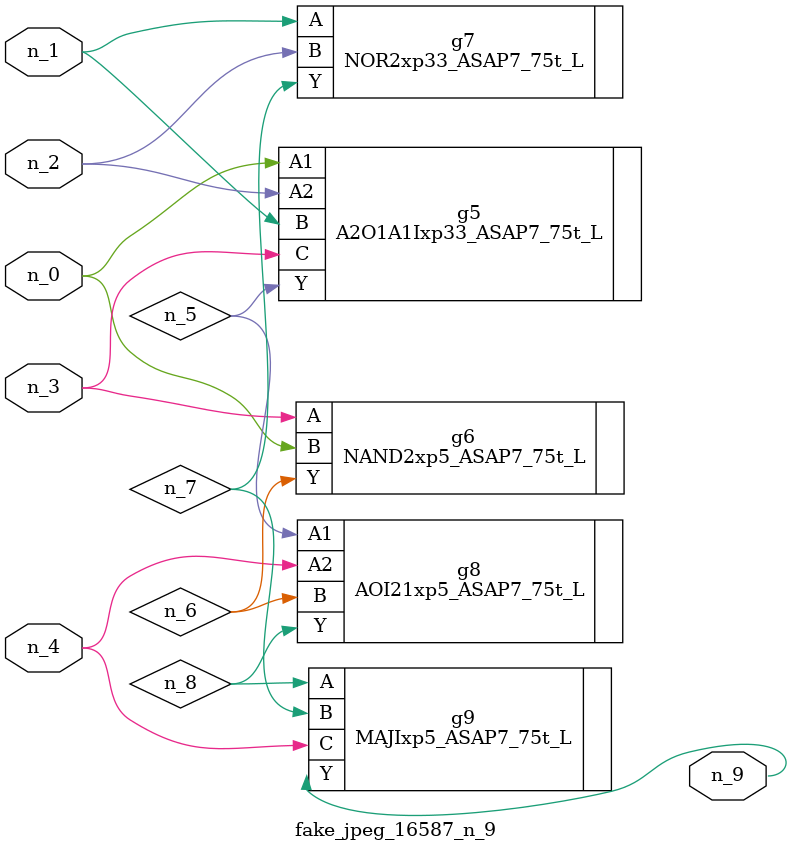
<source format=v>
module fake_jpeg_16587_n_9 (n_3, n_2, n_1, n_0, n_4, n_9);

input n_3;
input n_2;
input n_1;
input n_0;
input n_4;

output n_9;

wire n_8;
wire n_6;
wire n_5;
wire n_7;

A2O1A1Ixp33_ASAP7_75t_L g5 ( 
.A1(n_0),
.A2(n_2),
.B(n_1),
.C(n_3),
.Y(n_5)
);

NAND2xp5_ASAP7_75t_L g6 ( 
.A(n_3),
.B(n_0),
.Y(n_6)
);

NOR2xp33_ASAP7_75t_L g7 ( 
.A(n_1),
.B(n_2),
.Y(n_7)
);

AOI21xp5_ASAP7_75t_L g8 ( 
.A1(n_5),
.A2(n_4),
.B(n_6),
.Y(n_8)
);

MAJIxp5_ASAP7_75t_L g9 ( 
.A(n_8),
.B(n_7),
.C(n_4),
.Y(n_9)
);


endmodule
</source>
